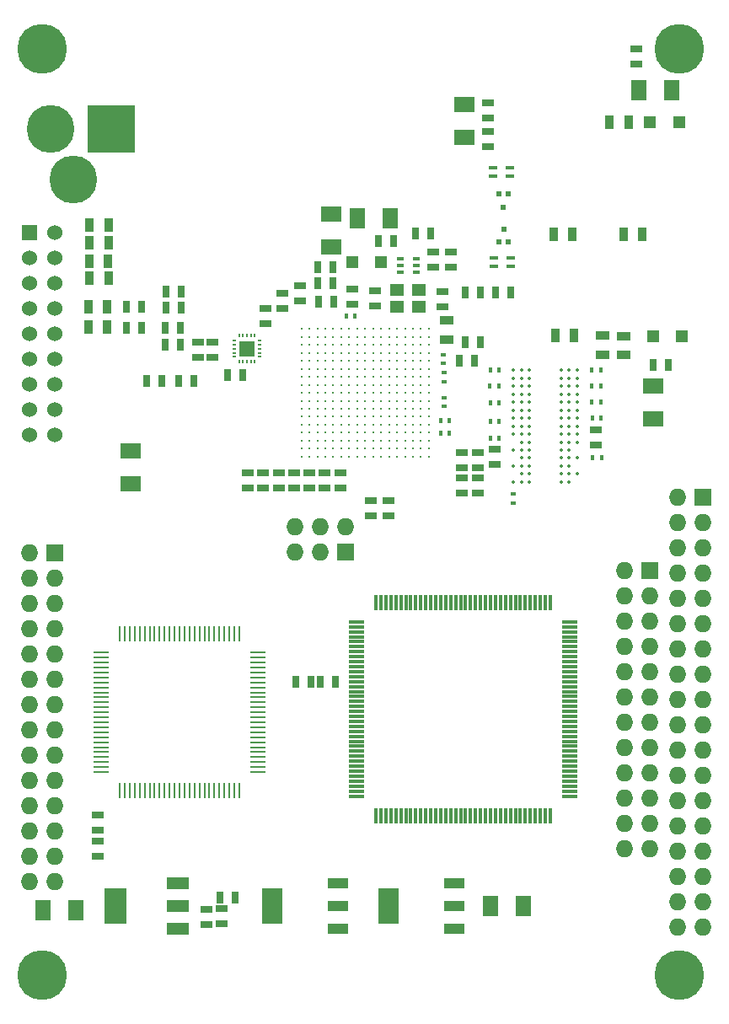
<source format=gts>
G04 #@! TF.FileFunction,Soldermask,Top*
%FSLAX46Y46*%
G04 Gerber Fmt 4.6, Leading zero omitted, Abs format (unit mm)*
G04 Created by KiCad (PCBNEW 0.201502071101+5410~21~ubuntu14.04.1-product) date mié 11 mar 2015 22:43:00 COT*
%MOMM*%
G01*
G04 APERTURE LIST*
%ADD10C,0.150000*%
%ADD11R,1.198880X1.198880*%
%ADD12C,0.350000*%
%ADD13R,0.635000X1.143000*%
%ADD14R,1.524000X2.032000*%
%ADD15R,2.032000X1.524000*%
%ADD16R,1.143000X0.635000*%
%ADD17R,1.397000X0.889000*%
%ADD18R,0.889000X1.397000*%
%ADD19R,0.899160X0.350520*%
%ADD20C,5.000000*%
%ADD21C,4.800600*%
%ADD22R,4.800600X4.800600*%
%ADD23R,0.797560X0.398780*%
%ADD24C,0.304800*%
%ADD25R,0.200000X0.400000*%
%ADD26R,0.400000X0.200000*%
%ADD27R,1.600000X1.600000*%
%ADD28R,2.235200X1.219200*%
%ADD29R,2.235200X3.606800*%
%ADD30R,0.497840X0.599440*%
%ADD31R,1.399540X1.198880*%
%ADD32R,0.398780X0.599440*%
%ADD33R,0.599440X0.398780*%
%ADD34R,1.524000X1.524000*%
%ADD35C,1.524000*%
%ADD36R,1.550000X0.300000*%
%ADD37R,0.300000X1.550000*%
%ADD38R,1.500000X0.280000*%
%ADD39R,0.280000X1.500000*%
%ADD40R,2.032000X3.657600*%
%ADD41R,2.032000X1.016000*%
%ADD42R,1.727200X1.727200*%
%ADD43O,1.727200X1.727200*%
G04 APERTURE END LIST*
D10*
D11*
X86970340Y-30380000D03*
X84069660Y-30380000D03*
X87270340Y-51830000D03*
X84369660Y-51830000D03*
X57030340Y-44400000D03*
X54129660Y-44400000D03*
D12*
X70340000Y-64890000D03*
X76740000Y-64090000D03*
X70340000Y-63290000D03*
X70340000Y-66490000D03*
X71140000Y-66490000D03*
X71940000Y-66490000D03*
X75140000Y-66490000D03*
X75940000Y-66490000D03*
X71140000Y-65690000D03*
X71940000Y-65690000D03*
X75140000Y-65690000D03*
X75940000Y-65690000D03*
X76740000Y-65690000D03*
X75940000Y-64090000D03*
X75140000Y-64090000D03*
X71940000Y-64090000D03*
X71140000Y-64090000D03*
X75940000Y-64890000D03*
X75140000Y-64890000D03*
X71940000Y-64890000D03*
X71140000Y-64890000D03*
X71140000Y-63290000D03*
X71940000Y-63290000D03*
X75140000Y-63290000D03*
X75940000Y-63290000D03*
X71140000Y-62490000D03*
X71940000Y-62490000D03*
X75140000Y-62490000D03*
X75940000Y-62490000D03*
X76740000Y-62490000D03*
X76740000Y-61690000D03*
X75940000Y-61690000D03*
X75140000Y-61690000D03*
X71940000Y-61690000D03*
X71140000Y-61690000D03*
X70340000Y-61690000D03*
X70340000Y-60090000D03*
X71140000Y-60090000D03*
X71940000Y-60090000D03*
X75140000Y-60090000D03*
X75940000Y-60090000D03*
X76740000Y-60090000D03*
X70340000Y-59290000D03*
X71140000Y-59290000D03*
X71940000Y-59290000D03*
X75140000Y-59290000D03*
X75940000Y-59290000D03*
X76740000Y-59290000D03*
X76740000Y-58490000D03*
X75940000Y-58490000D03*
X75140000Y-58490000D03*
X71140000Y-58490000D03*
X71940000Y-58490000D03*
X70340000Y-58490000D03*
X76740000Y-60890000D03*
X75940000Y-60890000D03*
X75140000Y-60890000D03*
X71940000Y-60890000D03*
X71140000Y-60890000D03*
X70340000Y-60890000D03*
X70340000Y-57690000D03*
X71140000Y-57690000D03*
X71940000Y-57690000D03*
X75140000Y-57690000D03*
X75940000Y-57690000D03*
X76740000Y-57690000D03*
X70340000Y-55290000D03*
X71940000Y-55290000D03*
X71140000Y-55290000D03*
X76740000Y-55290000D03*
X75940000Y-55290000D03*
X75140000Y-55290000D03*
X76740000Y-56090000D03*
X75940000Y-56090000D03*
X75140000Y-56090000D03*
X71940000Y-56090000D03*
X71140000Y-56090000D03*
X70340000Y-56090000D03*
X76740000Y-56890000D03*
X75940000Y-56890000D03*
X75140000Y-56890000D03*
X71940000Y-56890000D03*
X71140000Y-56890000D03*
X70340000Y-56890000D03*
D13*
X66992000Y-52490000D03*
X65468000Y-52490000D03*
D14*
X57921000Y-40040000D03*
X54619000Y-40040000D03*
D15*
X52000000Y-42851000D03*
X52000000Y-39549000D03*
D13*
X52172000Y-46530000D03*
X50648000Y-46530000D03*
D16*
X63210000Y-48872000D03*
X63210000Y-47348000D03*
X56430000Y-47268000D03*
X56430000Y-48792000D03*
X54120000Y-48662000D03*
X54120000Y-47138000D03*
X40125000Y-52463000D03*
X40125000Y-53987000D03*
X62300000Y-43378000D03*
X62300000Y-44902000D03*
X65140000Y-63528000D03*
X65140000Y-65052000D03*
X65140000Y-66128000D03*
X65140000Y-67652000D03*
X38625000Y-53987000D03*
X38625000Y-52463000D03*
D13*
X43112000Y-55750000D03*
X41588000Y-55750000D03*
D15*
X65426400Y-28570500D03*
X65426400Y-31872500D03*
D13*
X40813800Y-108224900D03*
X42337800Y-108224900D03*
D15*
X31847600Y-66645100D03*
X31847600Y-63343100D03*
D16*
X45430000Y-49108000D03*
X45430000Y-50632000D03*
D14*
X26412000Y-109520300D03*
X23110000Y-109520300D03*
D15*
X84360000Y-56889000D03*
X84360000Y-60191000D03*
D13*
X84368000Y-54730000D03*
X85892000Y-54730000D03*
D14*
X82929000Y-27180000D03*
X86231000Y-27180000D03*
D16*
X82710000Y-24482000D03*
X82710000Y-22958000D03*
D13*
X35408000Y-48970000D03*
X36932000Y-48970000D03*
X35368000Y-50990000D03*
X36892000Y-50990000D03*
X65463000Y-47425000D03*
X66987000Y-47425000D03*
D16*
X56040000Y-68368000D03*
X56040000Y-69892000D03*
X67763200Y-28418100D03*
X67763200Y-29942100D03*
D13*
X33508000Y-56320000D03*
X35032000Y-56320000D03*
D16*
X39537600Y-109405600D03*
X39537600Y-110929600D03*
X28580000Y-99938000D03*
X28580000Y-101462000D03*
D17*
X63620000Y-50267500D03*
X63620000Y-52172500D03*
D18*
X81397500Y-41580000D03*
X83302500Y-41580000D03*
X74527500Y-51770000D03*
X76432500Y-51770000D03*
D17*
X79320000Y-51817500D03*
X79320000Y-53722500D03*
X81380000Y-53732500D03*
X81380000Y-51827500D03*
D18*
X79977500Y-30390000D03*
X81882500Y-30390000D03*
X27727500Y-44310000D03*
X29632500Y-44310000D03*
X27757500Y-40680000D03*
X29662500Y-40680000D03*
X27737500Y-42470000D03*
X29642500Y-42470000D03*
X27747500Y-46060000D03*
X29652500Y-46060000D03*
X27617500Y-48930000D03*
X29522500Y-48930000D03*
X27617500Y-50960000D03*
X29522500Y-50960000D03*
D19*
X70050000Y-44850000D03*
X68350740Y-44850000D03*
X68350740Y-43999100D03*
X70050000Y-43999100D03*
D18*
X76272500Y-41590000D03*
X74367500Y-41590000D03*
D19*
X70000000Y-35800000D03*
X68300740Y-35800000D03*
X68300740Y-34949100D03*
X70000000Y-34949100D03*
D20*
X23000000Y-116000000D03*
X87000000Y-116000000D03*
X23000000Y-23000000D03*
X87000000Y-23000000D03*
D21*
X23808500Y-31047000D03*
D22*
X29904500Y-31047000D03*
D21*
X26094500Y-36127000D03*
D23*
X60587560Y-45397700D03*
X60587560Y-44750000D03*
X60587560Y-44102300D03*
X58992440Y-44102300D03*
X58992440Y-44750000D03*
X58992440Y-45397700D03*
D13*
X64938000Y-54300000D03*
X66462000Y-54300000D03*
X58312000Y-42330000D03*
X56788000Y-42330000D03*
X52162000Y-44900000D03*
X50638000Y-44900000D03*
X50748000Y-48360000D03*
X52272000Y-48360000D03*
D16*
X41042400Y-109393300D03*
X41042400Y-110917300D03*
X48920000Y-48312000D03*
X48920000Y-46788000D03*
X78600000Y-62812000D03*
X78600000Y-61288000D03*
D13*
X70037000Y-47425000D03*
X68513000Y-47425000D03*
D16*
X52970000Y-67132000D03*
X52970000Y-65608000D03*
X43680000Y-67102000D03*
X43680000Y-65578000D03*
X45200000Y-67092000D03*
X45200000Y-65568000D03*
D13*
X61992000Y-41530000D03*
X60468000Y-41530000D03*
D16*
X49850000Y-67112000D03*
X49850000Y-65588000D03*
X46780000Y-65588000D03*
X46780000Y-67112000D03*
X64080000Y-43358000D03*
X64080000Y-44882000D03*
X47160000Y-47578000D03*
X47160000Y-49102000D03*
X68490000Y-63228000D03*
X68490000Y-64752000D03*
X66740000Y-63528000D03*
X66740000Y-65052000D03*
X66740000Y-66128000D03*
X66740000Y-67652000D03*
X57775000Y-69862000D03*
X57775000Y-68338000D03*
X67763200Y-32786900D03*
X67763200Y-31262900D03*
D13*
X36728000Y-56330000D03*
X38252000Y-56330000D03*
D16*
X51360000Y-65598000D03*
X51360000Y-67122000D03*
X28610000Y-104112000D03*
X28610000Y-102588000D03*
D13*
X31448000Y-48930000D03*
X32972000Y-48930000D03*
X31428000Y-51000000D03*
X32952000Y-51000000D03*
X36892000Y-52700000D03*
X35368000Y-52700000D03*
X36922000Y-47400000D03*
X35398000Y-47400000D03*
D24*
X49039200Y-51139200D03*
X49039200Y-51939300D03*
X49039200Y-52739400D03*
X49039200Y-53539500D03*
X49039200Y-54339600D03*
X49039200Y-55139700D03*
X49039200Y-55939800D03*
X49039200Y-56739900D03*
X49039200Y-57540000D03*
X49039200Y-58340100D03*
X49039200Y-59140200D03*
X49039200Y-59940300D03*
X49039200Y-60740400D03*
X49039200Y-61540500D03*
X49039200Y-62340600D03*
X49039200Y-63140700D03*
X49039200Y-63940800D03*
X49839300Y-51139200D03*
X49839300Y-51939300D03*
X49839300Y-52739400D03*
X49839300Y-53539500D03*
X49839300Y-54339600D03*
X49839300Y-55139700D03*
X49839300Y-55939800D03*
X49839300Y-56739900D03*
X49839300Y-57540000D03*
X49839300Y-58340100D03*
X49839300Y-59140200D03*
X49839300Y-59940300D03*
X49839300Y-60740400D03*
X49839300Y-61540500D03*
X49839300Y-62340600D03*
X49839300Y-63140700D03*
X49839300Y-63940800D03*
X50639400Y-51139200D03*
X50639400Y-51939300D03*
X50639400Y-52739400D03*
X50639400Y-53539500D03*
X50639400Y-54339600D03*
X50639400Y-55139700D03*
X50639400Y-55939800D03*
X50639400Y-56739900D03*
X50639400Y-57540000D03*
X50639400Y-58340100D03*
X50639400Y-59140200D03*
X50639400Y-59940300D03*
X50639400Y-60740400D03*
X50639400Y-61540500D03*
X50639400Y-62340600D03*
X50639400Y-63140700D03*
X50639400Y-63940800D03*
X51439500Y-51139200D03*
X51439500Y-51939300D03*
X51439500Y-52739400D03*
X51439500Y-53539500D03*
X51439500Y-54339600D03*
X51439500Y-55139700D03*
X51439500Y-55939800D03*
X51439500Y-56739900D03*
X51439500Y-57540000D03*
X51439500Y-58340100D03*
X51439500Y-59140200D03*
X51439500Y-59940300D03*
X51439500Y-60740400D03*
X51439500Y-61540500D03*
X51439500Y-62340600D03*
X51439500Y-63140700D03*
X51439500Y-63940800D03*
X52239600Y-51139200D03*
X52239600Y-51939300D03*
X52239600Y-52739400D03*
X52239600Y-53539500D03*
X52239600Y-54339600D03*
X52239600Y-55139700D03*
X52239600Y-55939800D03*
X52239600Y-56739900D03*
X52239600Y-57540000D03*
X52239600Y-58340100D03*
X52239600Y-59140200D03*
X52239600Y-59940300D03*
X52239600Y-60740400D03*
X52239600Y-61540500D03*
X52239600Y-62340600D03*
X52239600Y-63140700D03*
X52239600Y-63940800D03*
X53039700Y-51139200D03*
X53039700Y-51939300D03*
X53039700Y-52739400D03*
X53039700Y-53539500D03*
X53039700Y-54339600D03*
X53039700Y-55139700D03*
X53039700Y-55939800D03*
X53039700Y-56739900D03*
X53039700Y-57540000D03*
X53039700Y-58340100D03*
X53039700Y-59140200D03*
X53039700Y-59940300D03*
X53039700Y-60740400D03*
X53039700Y-61540500D03*
X53039700Y-62340600D03*
X53039700Y-63140700D03*
X53039700Y-63940800D03*
X53839800Y-51139200D03*
X53839800Y-51939300D03*
X53839800Y-52739400D03*
X53839800Y-53539500D03*
X53839800Y-54339600D03*
X53839800Y-55139700D03*
X53839800Y-55939800D03*
X53839800Y-56739900D03*
X53839800Y-57540000D03*
X53839800Y-58340100D03*
X53839800Y-59140200D03*
X53839800Y-59940300D03*
X53839800Y-60740400D03*
X53839800Y-61540500D03*
X53839800Y-62340600D03*
X53839800Y-63140700D03*
X53839800Y-63940800D03*
X54639900Y-51139200D03*
X54639900Y-51939300D03*
X54639900Y-52739400D03*
X54639900Y-53539500D03*
X54639900Y-54339600D03*
X54639900Y-55139700D03*
X54639900Y-55939800D03*
X54639900Y-56739900D03*
X54639900Y-57540000D03*
X54639900Y-58340100D03*
X54639900Y-59140200D03*
X54639900Y-59940300D03*
X54639900Y-60740400D03*
X54639900Y-61540500D03*
X54639900Y-62340600D03*
X54639900Y-63140700D03*
X54639900Y-63940800D03*
X55440000Y-51139200D03*
X55440000Y-51939300D03*
X55440000Y-52739400D03*
X55440000Y-53539500D03*
X55440000Y-54339600D03*
X55440000Y-55139700D03*
X55440000Y-55939800D03*
X55440000Y-56739900D03*
X55440000Y-57540000D03*
X55440000Y-58340100D03*
X55440000Y-59140200D03*
X55440000Y-59940300D03*
X55440000Y-60740400D03*
X55440000Y-61540500D03*
X55440000Y-62340600D03*
X55440000Y-63140700D03*
X55440000Y-63940800D03*
X56240100Y-51139200D03*
X56240100Y-51939300D03*
X56240100Y-52739400D03*
X56240100Y-53539500D03*
X56240100Y-54339600D03*
X56240100Y-55139700D03*
X56240100Y-55939800D03*
X56240100Y-56739900D03*
X56240100Y-57540000D03*
X56240100Y-58340100D03*
X56240100Y-59140200D03*
X56240100Y-59940300D03*
X56240100Y-60740400D03*
X56240100Y-61540500D03*
X56240100Y-62340600D03*
X56240100Y-63140700D03*
X56240100Y-63940800D03*
X57040200Y-51139200D03*
X57040200Y-51939300D03*
X57040200Y-52739400D03*
X57040200Y-53539500D03*
X57040200Y-54339600D03*
X57040200Y-55139700D03*
X57040200Y-55939800D03*
X57040200Y-56739900D03*
X57040200Y-57540000D03*
X57040200Y-58340100D03*
X57040200Y-59140200D03*
X57040200Y-59940300D03*
X57040200Y-60740400D03*
X57040200Y-61540500D03*
X57040200Y-62340600D03*
X57040200Y-63140700D03*
X57040200Y-63940800D03*
X57840300Y-51139200D03*
X57840300Y-51939300D03*
X57840300Y-52739400D03*
X57840300Y-53539500D03*
X57840300Y-54339600D03*
X57840300Y-55139700D03*
X57840300Y-55939800D03*
X57840300Y-56739900D03*
X57840300Y-57540000D03*
X57840300Y-58340100D03*
X57840300Y-59140200D03*
X57840300Y-59940300D03*
X57840300Y-60740400D03*
X57840300Y-61540500D03*
X57840300Y-62340600D03*
X57840300Y-63140700D03*
X57840300Y-63940800D03*
X58640400Y-51139200D03*
X58640400Y-51939300D03*
X58640400Y-52739400D03*
X58640400Y-53539500D03*
X58640400Y-54339600D03*
X58640400Y-55139700D03*
X58640400Y-55939800D03*
X58640400Y-56739900D03*
X58640400Y-57540000D03*
X58640400Y-58340100D03*
X58640400Y-59140200D03*
X58640400Y-59940300D03*
X58640400Y-60740400D03*
X58640400Y-61540500D03*
X58640400Y-62340600D03*
X58640400Y-63140700D03*
X58640400Y-63940800D03*
X59440500Y-51139200D03*
X59440500Y-51939300D03*
X59440500Y-52739400D03*
X59440500Y-53539500D03*
X59440500Y-54339600D03*
X59440500Y-55139700D03*
X59440500Y-55939800D03*
X59440500Y-56739900D03*
X59440500Y-57540000D03*
X59440500Y-58340100D03*
X59440500Y-59140200D03*
X59440500Y-59940300D03*
X59440500Y-60740400D03*
X59440500Y-61540500D03*
X59440500Y-62340600D03*
X59440500Y-63140700D03*
X59440500Y-63940800D03*
X60240600Y-51139200D03*
X60240600Y-51939300D03*
X60240600Y-52739400D03*
X60240600Y-53539500D03*
X60240600Y-54339600D03*
X60240600Y-55139700D03*
X60240600Y-55939800D03*
X60240600Y-56739900D03*
X60240600Y-57540000D03*
X60240600Y-58340100D03*
X60240600Y-59140200D03*
X60240600Y-59940300D03*
X60240600Y-60740400D03*
X60240600Y-61540500D03*
X60240600Y-62340600D03*
X60240600Y-63140700D03*
X60240600Y-63940800D03*
X61040700Y-51139200D03*
X61040700Y-51939300D03*
X61040700Y-52739400D03*
X61040700Y-53539500D03*
X61040700Y-54339600D03*
X61040700Y-55139700D03*
X61040700Y-55939800D03*
X61040700Y-56739900D03*
X61040700Y-57540000D03*
X61040700Y-58340100D03*
X61040700Y-59140200D03*
X61040700Y-59940300D03*
X61040700Y-60740400D03*
X61040700Y-61540500D03*
X61040700Y-62340600D03*
X61040700Y-63140700D03*
X61040700Y-63940800D03*
X61840800Y-51139200D03*
X61840800Y-51939300D03*
X61840800Y-52739400D03*
X61840800Y-53539500D03*
X61840800Y-54339600D03*
X61840800Y-55139700D03*
X61840800Y-55939800D03*
X61840800Y-56739900D03*
X61840800Y-57540000D03*
X61840800Y-58340100D03*
X61840800Y-59140200D03*
X61840800Y-59940300D03*
X61840800Y-60740400D03*
X61840800Y-61540500D03*
X61840800Y-62340600D03*
X61840800Y-63140700D03*
X61840800Y-63940800D03*
D25*
X43560000Y-51820000D03*
X43960000Y-51820000D03*
X44360000Y-51820000D03*
X43160000Y-51820000D03*
X42760000Y-51820000D03*
X42760000Y-54420000D03*
X43160000Y-54420000D03*
X44360000Y-54420000D03*
X43960000Y-54420000D03*
X43560000Y-54420000D03*
D26*
X44860000Y-52320000D03*
X44860000Y-52720000D03*
X44860000Y-53920000D03*
X44860000Y-53520000D03*
X44860000Y-53120000D03*
D27*
X43560000Y-53120000D03*
D26*
X42260000Y-53120000D03*
X42260000Y-53520000D03*
X42260000Y-53920000D03*
X42260000Y-52720000D03*
X42260000Y-52320000D03*
D28*
X36588800Y-111366000D03*
X36588800Y-109080000D03*
X36588800Y-106794000D03*
D29*
X30391200Y-109080000D03*
D30*
X69837840Y-37592300D03*
X68842160Y-37592300D03*
X69340000Y-38887700D03*
X68852160Y-42387700D03*
X69847840Y-42387700D03*
X69350000Y-41092300D03*
D31*
X60850000Y-47240000D03*
X58650360Y-47240000D03*
X58650360Y-48939260D03*
X60850000Y-48939260D03*
D32*
X78190420Y-55290000D03*
X79089580Y-55290000D03*
X78190420Y-56890000D03*
X79089580Y-56890000D03*
X78190420Y-58490000D03*
X79089580Y-58490000D03*
D33*
X70340000Y-67690420D03*
X70340000Y-68589580D03*
D32*
X78290420Y-64090000D03*
X79189580Y-64090000D03*
X78240420Y-60090000D03*
X79139580Y-60090000D03*
X68889580Y-60440000D03*
X67990420Y-60440000D03*
X68889580Y-62090000D03*
X67990420Y-62090000D03*
X68889580Y-58590000D03*
X67990420Y-58590000D03*
X68839580Y-56890000D03*
X67940420Y-56890000D03*
X68889580Y-55290000D03*
X67990420Y-55290000D03*
D33*
X63390000Y-55500420D03*
X63390000Y-56399580D03*
X63370000Y-58030420D03*
X63370000Y-58929580D03*
D32*
X63010420Y-60360000D03*
X63909580Y-60360000D03*
X63020420Y-61630000D03*
X63919580Y-61630000D03*
X53520420Y-49870000D03*
X54419580Y-49870000D03*
D16*
X48300000Y-65588000D03*
X48300000Y-67112000D03*
D33*
X63280000Y-54589580D03*
X63280000Y-53690420D03*
D34*
X21680000Y-41460000D03*
D35*
X24220000Y-41460000D03*
X21680000Y-44000000D03*
X24220000Y-44000000D03*
X21680000Y-46540000D03*
X24220000Y-46540000D03*
X21680000Y-49080000D03*
X24220000Y-49080000D03*
X21680000Y-51620000D03*
X24220000Y-51620000D03*
X21680000Y-54160000D03*
X24220000Y-54160000D03*
X21680000Y-56700000D03*
X24220000Y-56700000D03*
X24220000Y-59240000D03*
X21680000Y-59240000D03*
X24220000Y-61780000D03*
X21680000Y-61780000D03*
D36*
X54580000Y-80550000D03*
X54580000Y-81050000D03*
X54580000Y-81550000D03*
X54580000Y-82050000D03*
X54580000Y-82550000D03*
X54580000Y-83050000D03*
X54580000Y-83550000D03*
X54580000Y-84050000D03*
X54580000Y-84550000D03*
X54580000Y-85050000D03*
X54580000Y-85550000D03*
X54580000Y-86050000D03*
X54580000Y-86550000D03*
X54580000Y-87050000D03*
X54580000Y-87550000D03*
X54580000Y-88050000D03*
X54580000Y-88550000D03*
X54580000Y-89050000D03*
X54580000Y-89550000D03*
X54580000Y-90050000D03*
X54580000Y-90550000D03*
X54580000Y-91050000D03*
X54580000Y-91550000D03*
X54580000Y-92050000D03*
X54580000Y-92550000D03*
X54580000Y-93050000D03*
X54580000Y-93550000D03*
X54580000Y-94050000D03*
X54580000Y-94550000D03*
X54580000Y-95050000D03*
X54580000Y-95550000D03*
X54580000Y-96050000D03*
X54580000Y-96550000D03*
X54580000Y-97050000D03*
X54580000Y-97550000D03*
X54580000Y-98050000D03*
D37*
X56530000Y-100000000D03*
X57030000Y-100000000D03*
X57530000Y-100000000D03*
X58030000Y-100000000D03*
X58530000Y-100000000D03*
X59030000Y-100000000D03*
X59530000Y-100000000D03*
X60030000Y-100000000D03*
X60530000Y-100000000D03*
X61030000Y-100000000D03*
X61530000Y-100000000D03*
X62030000Y-100000000D03*
X62530000Y-100000000D03*
X63030000Y-100000000D03*
X63530000Y-100000000D03*
X64030000Y-100000000D03*
X64530000Y-100000000D03*
X65030000Y-100000000D03*
X65530000Y-100000000D03*
X66030000Y-100000000D03*
X66530000Y-100000000D03*
X67030000Y-100000000D03*
X67530000Y-100000000D03*
X68030000Y-100000000D03*
X68530000Y-100000000D03*
X69030000Y-100000000D03*
X69530000Y-100000000D03*
X70030000Y-100000000D03*
X70530000Y-100000000D03*
X71030000Y-100000000D03*
X71530000Y-100000000D03*
X72030000Y-100000000D03*
X72530000Y-100000000D03*
X73030000Y-100000000D03*
X73530000Y-100000000D03*
X74030000Y-100000000D03*
D36*
X75980000Y-98050000D03*
X75980000Y-97550000D03*
X75980000Y-97050000D03*
X75980000Y-96550000D03*
X75980000Y-96050000D03*
X75980000Y-95550000D03*
X75980000Y-95050000D03*
X75980000Y-94550000D03*
X75980000Y-94050000D03*
X75980000Y-93550000D03*
X75980000Y-93050000D03*
X75980000Y-92550000D03*
X75980000Y-92050000D03*
X75980000Y-91550000D03*
X75980000Y-91050000D03*
X75980000Y-90550000D03*
X75980000Y-90050000D03*
X75980000Y-89550000D03*
X75980000Y-89050000D03*
X75980000Y-88550000D03*
X75980000Y-88050000D03*
X75980000Y-87550000D03*
X75980000Y-87050000D03*
X75980000Y-86550000D03*
X75980000Y-86050000D03*
X75980000Y-85550000D03*
X75980000Y-85050000D03*
X75980000Y-84550000D03*
X75980000Y-84050000D03*
X75980000Y-83550000D03*
X75980000Y-83050000D03*
X75980000Y-82550000D03*
X75980000Y-82050000D03*
X75980000Y-81550000D03*
X75980000Y-81050000D03*
X75980000Y-80550000D03*
D37*
X74030000Y-78600000D03*
X73530000Y-78600000D03*
X73030000Y-78600000D03*
X72530000Y-78600000D03*
X72030000Y-78600000D03*
X71530000Y-78600000D03*
X71030000Y-78600000D03*
X70530000Y-78600000D03*
X70030000Y-78600000D03*
X69530000Y-78600000D03*
X69030000Y-78600000D03*
X68530000Y-78600000D03*
X68030000Y-78600000D03*
X67530000Y-78600000D03*
X67030000Y-78600000D03*
X66530000Y-78600000D03*
X66030000Y-78600000D03*
X65530000Y-78600000D03*
X65030000Y-78600000D03*
X64530000Y-78600000D03*
X64030000Y-78600000D03*
X63530000Y-78600000D03*
X63030000Y-78600000D03*
X62530000Y-78600000D03*
X62030000Y-78600000D03*
X61530000Y-78600000D03*
X61030000Y-78600000D03*
X60530000Y-78600000D03*
X60030000Y-78600000D03*
X59530000Y-78600000D03*
X59030000Y-78600000D03*
X58530000Y-78600000D03*
X58030000Y-78600000D03*
X57530000Y-78600000D03*
X57030000Y-78600000D03*
X56530000Y-78600000D03*
D38*
X44690000Y-95640000D03*
X44690000Y-95140000D03*
X44690000Y-94640000D03*
X44690000Y-94140000D03*
X44690000Y-93640000D03*
X44690000Y-93140000D03*
X44690000Y-92640000D03*
X44690000Y-92140000D03*
X44690000Y-91640000D03*
X44690000Y-91140000D03*
X44690000Y-90640000D03*
X44690000Y-90140000D03*
X44690000Y-89640000D03*
X44690000Y-89140000D03*
X44690000Y-88640000D03*
X44690000Y-88140000D03*
X44690000Y-87640000D03*
X44690000Y-87140000D03*
X44690000Y-86640000D03*
X44690000Y-86140000D03*
X44690000Y-85640000D03*
X44690000Y-85140000D03*
X44690000Y-84640000D03*
X44690000Y-84140000D03*
X44690000Y-83640000D03*
D39*
X42790000Y-81740000D03*
X42290000Y-81740000D03*
X41790000Y-81740000D03*
X41290000Y-81740000D03*
X40790000Y-81740000D03*
X40290000Y-81740000D03*
X39790000Y-81740000D03*
X39290000Y-81740000D03*
X38790000Y-81740000D03*
X38290000Y-81740000D03*
X37790000Y-81740000D03*
X37290000Y-81740000D03*
X36790000Y-81740000D03*
X36290000Y-81740000D03*
X35790000Y-81740000D03*
X35290000Y-81740000D03*
X34790000Y-81740000D03*
X34290000Y-81740000D03*
X33790000Y-81740000D03*
X33290000Y-81740000D03*
X32790000Y-81740000D03*
X32290000Y-81740000D03*
X31790000Y-81740000D03*
X31290000Y-81740000D03*
X30790000Y-81740000D03*
D38*
X28890000Y-83640000D03*
X28890000Y-84140000D03*
X28890000Y-84640000D03*
X28890000Y-85140000D03*
X28890000Y-85640000D03*
X28890000Y-86140000D03*
X28890000Y-86640000D03*
X28890000Y-87140000D03*
X28890000Y-87640000D03*
X28890000Y-88140000D03*
X28890000Y-88640000D03*
X28890000Y-89140000D03*
X28890000Y-89640000D03*
X28890000Y-90140000D03*
X28890000Y-90640000D03*
X28890000Y-91140000D03*
X28890000Y-91640000D03*
X28890000Y-92140000D03*
X28890000Y-92640000D03*
X28890000Y-93140000D03*
X28890000Y-93640000D03*
X28890000Y-94140000D03*
X28890000Y-94640000D03*
X28890000Y-95140000D03*
X28890000Y-95640000D03*
D39*
X30790000Y-97540000D03*
X31290000Y-97540000D03*
X31790000Y-97540000D03*
X32290000Y-97540000D03*
X32790000Y-97540000D03*
X33290000Y-97540000D03*
X33790000Y-97540000D03*
X34290000Y-97540000D03*
X34790000Y-97540000D03*
X35290000Y-97540000D03*
X35790000Y-97540000D03*
X36290000Y-97540000D03*
X36790000Y-97540000D03*
X37290000Y-97540000D03*
X37790000Y-97540000D03*
X38290000Y-97540000D03*
X38790000Y-97540000D03*
X39290000Y-97540000D03*
X39790000Y-97540000D03*
X40290000Y-97540000D03*
X40790000Y-97540000D03*
X41290000Y-97540000D03*
X41790000Y-97540000D03*
X42290000Y-97540000D03*
X42790000Y-97540000D03*
D14*
X68068000Y-109075800D03*
X71370000Y-109075800D03*
D40*
X57748000Y-109080000D03*
D41*
X64352000Y-109080000D03*
X64352000Y-106794000D03*
X64352000Y-111366000D03*
D40*
X46068000Y-109110000D03*
D41*
X52672000Y-109110000D03*
X52672000Y-106824000D03*
X52672000Y-111396000D03*
D42*
X89370000Y-68020000D03*
D43*
X86830000Y-68020000D03*
X89370000Y-70560000D03*
X86830000Y-70560000D03*
X89370000Y-73100000D03*
X86830000Y-73100000D03*
X89370000Y-75640000D03*
X86830000Y-75640000D03*
X89370000Y-78180000D03*
X86830000Y-78180000D03*
X89370000Y-80720000D03*
X86830000Y-80720000D03*
X89370000Y-83260000D03*
X86830000Y-83260000D03*
X89370000Y-85800000D03*
X86830000Y-85800000D03*
X89370000Y-88340000D03*
X86830000Y-88340000D03*
X89370000Y-90880000D03*
X86830000Y-90880000D03*
X89370000Y-93420000D03*
X86830000Y-93420000D03*
X89370000Y-95960000D03*
X86830000Y-95960000D03*
X89370000Y-98500000D03*
X86830000Y-98500000D03*
X89370000Y-101040000D03*
X86830000Y-101040000D03*
X89370000Y-103580000D03*
X86830000Y-103580000D03*
X89370000Y-106120000D03*
X86830000Y-106120000D03*
X89370000Y-108660000D03*
X86830000Y-108660000D03*
X89370000Y-111200000D03*
X86830000Y-111200000D03*
D42*
X84020000Y-75370000D03*
D43*
X81480000Y-75370000D03*
X84020000Y-77910000D03*
X81480000Y-77910000D03*
X84020000Y-80450000D03*
X81480000Y-80450000D03*
X84020000Y-82990000D03*
X81480000Y-82990000D03*
X84020000Y-85530000D03*
X81480000Y-85530000D03*
X84020000Y-88070000D03*
X81480000Y-88070000D03*
X84020000Y-90610000D03*
X81480000Y-90610000D03*
X84020000Y-93150000D03*
X81480000Y-93150000D03*
X84020000Y-95690000D03*
X81480000Y-95690000D03*
X84020000Y-98230000D03*
X81480000Y-98230000D03*
X84020000Y-100770000D03*
X81480000Y-100770000D03*
X84020000Y-103310000D03*
X81480000Y-103310000D03*
D42*
X24220000Y-73620000D03*
D43*
X21680000Y-73620000D03*
X24220000Y-76160000D03*
X21680000Y-76160000D03*
X24220000Y-78700000D03*
X21680000Y-78700000D03*
X24220000Y-81240000D03*
X21680000Y-81240000D03*
X24220000Y-83780000D03*
X21680000Y-83780000D03*
X24220000Y-86320000D03*
X21680000Y-86320000D03*
X24220000Y-88860000D03*
X21680000Y-88860000D03*
X24220000Y-91400000D03*
X21680000Y-91400000D03*
X24220000Y-93940000D03*
X21680000Y-93940000D03*
X24220000Y-96480000D03*
X21680000Y-96480000D03*
X24220000Y-99020000D03*
X21680000Y-99020000D03*
X24220000Y-101560000D03*
X21680000Y-101560000D03*
X24220000Y-104100000D03*
X21680000Y-104100000D03*
X24220000Y-106640000D03*
X21680000Y-106640000D03*
D13*
X52452000Y-86560000D03*
X50928000Y-86560000D03*
D42*
X53460000Y-73510000D03*
D43*
X53460000Y-70970000D03*
X50920000Y-73510000D03*
X50920000Y-70970000D03*
X48380000Y-73510000D03*
X48380000Y-70970000D03*
D13*
X48468000Y-86560000D03*
X49992000Y-86560000D03*
M02*

</source>
